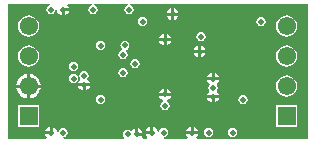
<source format=gbr>
%TF.GenerationSoftware,Altium Limited,Altium Designer,19.1.7 (138)*%
G04 Layer_Physical_Order=3*
G04 Layer_Color=16440176*
%FSLAX26Y26*%
%MOIN*%
%TF.FileFunction,Copper,L3,Inr,Signal*%
%TF.Part,Single*%
G01*
G75*
%TA.AperFunction,ComponentPad*%
%ADD21C,0.061024*%
%ADD22R,0.061024X0.061024*%
%TA.AperFunction,ViaPad*%
%ADD23C,0.020000*%
G36*
X2000000Y1000000D02*
X1751970D01*
X1751478Y1005000D01*
X1753243Y1005351D01*
X1755853Y1005870D01*
X1760814Y1009186D01*
X1764130Y1014147D01*
X1765294Y1020000D01*
X1764130Y1025853D01*
X1760814Y1030814D01*
X1755853Y1034130D01*
X1750000Y1035294D01*
X1744147Y1034130D01*
X1739186Y1030814D01*
X1735870Y1025853D01*
X1734706Y1020000D01*
X1735870Y1014147D01*
X1739186Y1009186D01*
X1744147Y1005870D01*
X1746757Y1005351D01*
X1748522Y1005000D01*
X1748030Y1000000D01*
X1671970D01*
X1671478Y1005000D01*
X1673243Y1005351D01*
X1675853Y1005870D01*
X1680814Y1009186D01*
X1684130Y1014147D01*
X1685294Y1020000D01*
X1684130Y1025853D01*
X1680814Y1030814D01*
X1675853Y1034130D01*
X1670000Y1035294D01*
X1664147Y1034130D01*
X1659186Y1030814D01*
X1655870Y1025853D01*
X1654706Y1020000D01*
X1655870Y1014147D01*
X1659186Y1009186D01*
X1664147Y1005870D01*
X1666757Y1005351D01*
X1668522Y1005000D01*
X1668030Y1000000D01*
X1630067D01*
X1628550Y1005000D01*
X1629419Y1005581D01*
X1633840Y1012196D01*
X1634397Y1015000D01*
X1595603D01*
X1596160Y1012196D01*
X1600581Y1005581D01*
X1601450Y1005000D01*
X1599933Y1000000D01*
X1521970D01*
X1521478Y1005000D01*
X1525853Y1005870D01*
X1530814Y1009186D01*
X1534130Y1014147D01*
X1535294Y1020000D01*
X1534130Y1025853D01*
X1530814Y1030814D01*
X1525853Y1034130D01*
X1520000Y1035294D01*
X1514147Y1034130D01*
X1509186Y1030814D01*
X1505870Y1025853D01*
X1505098Y1021970D01*
X1500000D01*
X1498840Y1027804D01*
X1494419Y1034419D01*
X1487804Y1038840D01*
X1485000Y1039397D01*
Y1020000D01*
X1480000D01*
Y1015000D01*
X1460603D01*
X1461160Y1012196D01*
X1465581Y1005581D01*
X1466450Y1005000D01*
X1464933Y1000000D01*
X1450045D01*
X1447372Y1005000D01*
X1448840Y1007196D01*
X1449397Y1010000D01*
X1430000D01*
Y1015000D01*
X1425000D01*
Y1034397D01*
X1422196Y1033840D01*
X1415581Y1029419D01*
X1413172Y1025814D01*
X1410814D01*
X1405853Y1029130D01*
X1400000Y1030294D01*
X1394147Y1029130D01*
X1389186Y1025814D01*
X1385870Y1020853D01*
X1384706Y1015000D01*
X1385870Y1009147D01*
X1388641Y1005000D01*
X1387721Y1001945D01*
X1386450Y1000000D01*
X1186970D01*
X1186478Y1005000D01*
X1190853Y1005870D01*
X1195814Y1009186D01*
X1199130Y1014147D01*
X1200294Y1020000D01*
X1199130Y1025853D01*
X1195814Y1030814D01*
X1190853Y1034130D01*
X1185000Y1035294D01*
X1179147Y1034130D01*
X1174186Y1030814D01*
X1170870Y1025853D01*
X1170098Y1021970D01*
X1165000D01*
X1163840Y1027804D01*
X1159419Y1034419D01*
X1152804Y1038840D01*
X1150000Y1039397D01*
Y1020000D01*
X1145000D01*
Y1015000D01*
X1125603D01*
X1126160Y1012196D01*
X1130581Y1005581D01*
X1131450Y1005000D01*
X1129933Y1000000D01*
X1000000D01*
Y1450000D01*
X1143030D01*
X1143522Y1445000D01*
X1139147Y1444130D01*
X1134186Y1440814D01*
X1130870Y1435853D01*
X1129706Y1430000D01*
X1130870Y1424147D01*
X1134186Y1419186D01*
X1139147Y1415870D01*
X1145000Y1414706D01*
X1150853Y1415870D01*
X1155814Y1419186D01*
X1159130Y1424147D01*
X1159902Y1428030D01*
X1165000D01*
X1166160Y1422196D01*
X1170581Y1415581D01*
X1177196Y1411160D01*
X1180000Y1410603D01*
Y1430000D01*
X1185000D01*
Y1435000D01*
X1204397D01*
X1203840Y1437804D01*
X1199419Y1444419D01*
X1198550Y1445000D01*
X1200067Y1450000D01*
X1283030D01*
X1283522Y1445000D01*
X1281757Y1444649D01*
X1279147Y1444130D01*
X1274186Y1440814D01*
X1270870Y1435853D01*
X1269706Y1430000D01*
X1270870Y1424147D01*
X1274186Y1419186D01*
X1279147Y1415870D01*
X1285000Y1414706D01*
X1290853Y1415870D01*
X1295814Y1419186D01*
X1299130Y1424147D01*
X1300294Y1430000D01*
X1299130Y1435853D01*
X1295814Y1440814D01*
X1290853Y1444130D01*
X1288243Y1444649D01*
X1286478Y1445000D01*
X1286970Y1450000D01*
X1403030D01*
X1403522Y1445000D01*
X1401757Y1444649D01*
X1399147Y1444130D01*
X1394186Y1440814D01*
X1390870Y1435853D01*
X1389706Y1430000D01*
X1390870Y1424147D01*
X1394186Y1419186D01*
X1399147Y1415870D01*
X1405000Y1414706D01*
X1410853Y1415870D01*
X1415814Y1419186D01*
X1419130Y1424147D01*
X1420294Y1430000D01*
X1419130Y1435853D01*
X1415814Y1440814D01*
X1410853Y1444130D01*
X1408243Y1444649D01*
X1406478Y1445000D01*
X1406970Y1450000D01*
X2000000D01*
Y1000000D01*
D02*
G37*
%LPC*%
G36*
X1555000Y1434397D02*
Y1420000D01*
X1569397D01*
X1568840Y1422804D01*
X1564419Y1429419D01*
X1557804Y1433840D01*
X1555000Y1434397D01*
D02*
G37*
G36*
X1545000D02*
X1542196Y1433840D01*
X1535581Y1429419D01*
X1531160Y1422804D01*
X1530603Y1420000D01*
X1545000D01*
Y1434397D01*
D02*
G37*
G36*
X1204397Y1425000D02*
X1190000D01*
Y1410603D01*
X1192804Y1411160D01*
X1199419Y1415581D01*
X1203840Y1422196D01*
X1204397Y1425000D01*
D02*
G37*
G36*
X1569397Y1410000D02*
X1555000D01*
Y1395603D01*
X1557804Y1396160D01*
X1564419Y1400581D01*
X1568840Y1407196D01*
X1569397Y1410000D01*
D02*
G37*
G36*
X1545000D02*
X1530603D01*
X1531160Y1407196D01*
X1535581Y1400581D01*
X1542196Y1396160D01*
X1545000Y1395603D01*
Y1410000D01*
D02*
G37*
G36*
X1845000Y1405294D02*
X1839147Y1404130D01*
X1834186Y1400814D01*
X1830870Y1395853D01*
X1829706Y1390000D01*
X1830870Y1384147D01*
X1834186Y1379186D01*
X1839147Y1375870D01*
X1845000Y1374706D01*
X1850853Y1375870D01*
X1855814Y1379186D01*
X1859130Y1384147D01*
X1860294Y1390000D01*
X1859130Y1395853D01*
X1855814Y1400814D01*
X1850853Y1404130D01*
X1845000Y1405294D01*
D02*
G37*
G36*
X1450000D02*
X1444147Y1404130D01*
X1439186Y1400814D01*
X1435870Y1395853D01*
X1434706Y1390000D01*
X1435870Y1384147D01*
X1439186Y1379186D01*
X1444147Y1375870D01*
X1450000Y1374706D01*
X1455853Y1375870D01*
X1460814Y1379186D01*
X1464130Y1384147D01*
X1465294Y1390000D01*
X1464130Y1395853D01*
X1460814Y1400814D01*
X1455853Y1404130D01*
X1450000Y1405294D01*
D02*
G37*
G36*
X1930000Y1410818D02*
X1920730Y1409598D01*
X1912091Y1406020D01*
X1904673Y1400327D01*
X1898980Y1392909D01*
X1895402Y1384270D01*
X1894182Y1375000D01*
X1895402Y1365730D01*
X1898980Y1357091D01*
X1904673Y1349673D01*
X1912091Y1343980D01*
X1920730Y1340402D01*
X1930000Y1339182D01*
X1939270Y1340402D01*
X1947909Y1343980D01*
X1955327Y1349673D01*
X1961020Y1357091D01*
X1964598Y1365730D01*
X1965818Y1375000D01*
X1964598Y1384270D01*
X1961020Y1392909D01*
X1955327Y1400327D01*
X1947909Y1406020D01*
X1939270Y1409598D01*
X1930000Y1410818D01*
D02*
G37*
G36*
X1070000D02*
X1060730Y1409598D01*
X1052091Y1406020D01*
X1044673Y1400327D01*
X1038980Y1392909D01*
X1035402Y1384270D01*
X1034182Y1375000D01*
X1035402Y1365730D01*
X1038980Y1357091D01*
X1044673Y1349673D01*
X1052091Y1343980D01*
X1060730Y1340402D01*
X1070000Y1339182D01*
X1079270Y1340402D01*
X1087909Y1343980D01*
X1095327Y1349673D01*
X1101020Y1357091D01*
X1104598Y1365730D01*
X1105818Y1375000D01*
X1104598Y1384270D01*
X1101020Y1392909D01*
X1095327Y1400327D01*
X1087909Y1406020D01*
X1079270Y1409598D01*
X1070000Y1410818D01*
D02*
G37*
G36*
X1530000Y1349397D02*
Y1335000D01*
X1544397D01*
X1543840Y1337804D01*
X1539419Y1344419D01*
X1532804Y1348840D01*
X1530000Y1349397D01*
D02*
G37*
G36*
X1520000D02*
X1517196Y1348840D01*
X1510581Y1344419D01*
X1506160Y1337804D01*
X1505603Y1335000D01*
X1520000D01*
Y1349397D01*
D02*
G37*
G36*
X1645000Y1355294D02*
X1639147Y1354130D01*
X1634186Y1350814D01*
X1630870Y1345853D01*
X1629706Y1340000D01*
X1630870Y1334147D01*
X1634186Y1329186D01*
X1639147Y1325870D01*
X1645000Y1324706D01*
X1650853Y1325870D01*
X1655814Y1329186D01*
X1659130Y1334147D01*
X1660294Y1340000D01*
X1659130Y1345853D01*
X1655814Y1350814D01*
X1650853Y1354130D01*
X1645000Y1355294D01*
D02*
G37*
G36*
X1544397Y1325000D02*
X1530000D01*
Y1310603D01*
X1532804Y1311160D01*
X1539419Y1315581D01*
X1543840Y1322196D01*
X1544397Y1325000D01*
D02*
G37*
G36*
X1520000D02*
X1505603D01*
X1506160Y1322196D01*
X1510581Y1315581D01*
X1517196Y1311160D01*
X1520000Y1310603D01*
Y1325000D01*
D02*
G37*
G36*
X1645000Y1309397D02*
Y1295000D01*
X1659397D01*
X1658840Y1297804D01*
X1654419Y1304419D01*
X1647804Y1308840D01*
X1645000Y1309397D01*
D02*
G37*
G36*
X1635000D02*
X1632196Y1308840D01*
X1625581Y1304419D01*
X1621160Y1297804D01*
X1620603Y1295000D01*
X1635000D01*
Y1309397D01*
D02*
G37*
G36*
X1310000Y1325294D02*
X1304147Y1324130D01*
X1299186Y1320814D01*
X1295870Y1315853D01*
X1294706Y1310000D01*
X1295870Y1304147D01*
X1299186Y1299186D01*
X1304147Y1295870D01*
X1310000Y1294706D01*
X1315853Y1295870D01*
X1320814Y1299186D01*
X1324130Y1304147D01*
X1325294Y1310000D01*
X1324130Y1315853D01*
X1320814Y1320814D01*
X1315853Y1324130D01*
X1310000Y1325294D01*
D02*
G37*
G36*
X1659397Y1285000D02*
X1645000D01*
Y1270603D01*
X1647804Y1271160D01*
X1654419Y1275581D01*
X1658840Y1282196D01*
X1659397Y1285000D01*
D02*
G37*
G36*
X1635000D02*
X1620603D01*
X1621160Y1282196D01*
X1625581Y1275581D01*
X1632196Y1271160D01*
X1635000Y1270603D01*
Y1285000D01*
D02*
G37*
G36*
X1391063Y1326357D02*
X1385210Y1325193D01*
X1380249Y1321877D01*
X1376933Y1316916D01*
X1375769Y1311063D01*
X1376933Y1305210D01*
X1380249Y1300249D01*
X1381173Y1299631D01*
X1380118Y1294323D01*
X1379147Y1294130D01*
X1374186Y1290814D01*
X1370870Y1285853D01*
X1369706Y1280000D01*
X1370870Y1274147D01*
X1374186Y1269186D01*
X1379147Y1265870D01*
X1385000Y1264706D01*
X1390853Y1265870D01*
X1395814Y1269186D01*
X1399130Y1274147D01*
X1400294Y1280000D01*
X1399130Y1285853D01*
X1395814Y1290814D01*
X1394890Y1291432D01*
X1395946Y1296740D01*
X1396916Y1296933D01*
X1401877Y1300249D01*
X1405193Y1305210D01*
X1406357Y1311063D01*
X1405193Y1316916D01*
X1401877Y1321877D01*
X1396916Y1325193D01*
X1391063Y1326357D01*
D02*
G37*
G36*
X1930000Y1310818D02*
X1920730Y1309598D01*
X1912091Y1306020D01*
X1904673Y1300327D01*
X1898980Y1292909D01*
X1895402Y1284270D01*
X1894182Y1275000D01*
X1895402Y1265730D01*
X1898980Y1257091D01*
X1904673Y1249673D01*
X1912091Y1243980D01*
X1920730Y1240402D01*
X1930000Y1239182D01*
X1939270Y1240402D01*
X1947909Y1243980D01*
X1955327Y1249673D01*
X1961020Y1257091D01*
X1964598Y1265730D01*
X1965818Y1275000D01*
X1964598Y1284270D01*
X1961020Y1292909D01*
X1955327Y1300327D01*
X1947909Y1306020D01*
X1939270Y1309598D01*
X1930000Y1310818D01*
D02*
G37*
G36*
X1070000D02*
X1060730Y1309598D01*
X1052091Y1306020D01*
X1044673Y1300327D01*
X1038980Y1292909D01*
X1035402Y1284270D01*
X1034182Y1275000D01*
X1035402Y1265730D01*
X1038980Y1257091D01*
X1044673Y1249673D01*
X1052091Y1243980D01*
X1060730Y1240402D01*
X1070000Y1239182D01*
X1079270Y1240402D01*
X1087909Y1243980D01*
X1095327Y1249673D01*
X1101020Y1257091D01*
X1104598Y1265730D01*
X1105818Y1275000D01*
X1104598Y1284270D01*
X1101020Y1292909D01*
X1095327Y1300327D01*
X1087909Y1306020D01*
X1079270Y1309598D01*
X1070000Y1310818D01*
D02*
G37*
G36*
X1425000Y1265294D02*
X1419147Y1264130D01*
X1414186Y1260814D01*
X1410870Y1255853D01*
X1409706Y1250000D01*
X1410870Y1244147D01*
X1414186Y1239186D01*
X1419147Y1235870D01*
X1425000Y1234706D01*
X1430853Y1235870D01*
X1435814Y1239186D01*
X1439130Y1244147D01*
X1440294Y1250000D01*
X1439130Y1255853D01*
X1435814Y1260814D01*
X1430853Y1264130D01*
X1425000Y1265294D01*
D02*
G37*
G36*
X1220000Y1255294D02*
X1214147Y1254130D01*
X1209186Y1250814D01*
X1205870Y1245853D01*
X1204706Y1240000D01*
X1205870Y1234147D01*
X1209186Y1229186D01*
X1214147Y1225870D01*
X1220000Y1224706D01*
X1225853Y1225870D01*
X1230814Y1229186D01*
X1234130Y1234147D01*
X1235294Y1240000D01*
X1234130Y1245853D01*
X1230814Y1250814D01*
X1225853Y1254130D01*
X1220000Y1255294D01*
D02*
G37*
G36*
X1690000Y1219397D02*
Y1205000D01*
X1704397D01*
X1703840Y1207804D01*
X1699419Y1214419D01*
X1692804Y1218840D01*
X1690000Y1219397D01*
D02*
G37*
G36*
X1680000D02*
X1677196Y1218840D01*
X1670581Y1214419D01*
X1666160Y1207804D01*
X1665603Y1205000D01*
X1680000D01*
Y1219397D01*
D02*
G37*
G36*
X1385000Y1235294D02*
X1379147Y1234130D01*
X1374186Y1230814D01*
X1370870Y1225853D01*
X1369706Y1220000D01*
X1370870Y1214147D01*
X1374186Y1209186D01*
X1379147Y1205870D01*
X1385000Y1204706D01*
X1390853Y1205870D01*
X1395814Y1209186D01*
X1399130Y1214147D01*
X1400294Y1220000D01*
X1399130Y1225853D01*
X1395814Y1230814D01*
X1390853Y1234130D01*
X1385000Y1235294D01*
D02*
G37*
G36*
X1255000Y1225294D02*
X1249147Y1224130D01*
X1244186Y1220814D01*
X1240870Y1215853D01*
X1239706Y1210000D01*
X1240870Y1204147D01*
X1242798Y1201262D01*
X1241793Y1195229D01*
X1240581Y1194419D01*
X1236160Y1187804D01*
X1235603Y1185000D01*
X1274397D01*
X1273840Y1187804D01*
X1269419Y1194419D01*
X1265814Y1196828D01*
Y1199186D01*
X1269130Y1204147D01*
X1270294Y1210000D01*
X1269130Y1215853D01*
X1265814Y1220814D01*
X1260853Y1224130D01*
X1255000Y1225294D01*
D02*
G37*
G36*
X1220000Y1215294D02*
X1214147Y1214130D01*
X1209186Y1210814D01*
X1205870Y1205853D01*
X1204706Y1200000D01*
X1205870Y1194147D01*
X1209186Y1189186D01*
X1214147Y1185870D01*
X1220000Y1184706D01*
X1225853Y1185870D01*
X1230814Y1189186D01*
X1234130Y1194147D01*
X1235294Y1200000D01*
X1234130Y1205853D01*
X1230814Y1210814D01*
X1225853Y1214130D01*
X1220000Y1215294D01*
D02*
G37*
G36*
X1075000Y1215203D02*
Y1180000D01*
X1110203D01*
X1109469Y1185576D01*
X1105387Y1195431D01*
X1098893Y1203893D01*
X1090431Y1210387D01*
X1080576Y1214469D01*
X1075000Y1215203D01*
D02*
G37*
G36*
X1065000D02*
X1059424Y1214469D01*
X1049569Y1210387D01*
X1041107Y1203893D01*
X1034613Y1195431D01*
X1030531Y1185576D01*
X1029797Y1180000D01*
X1065000D01*
Y1215203D01*
D02*
G37*
G36*
X1274397Y1175000D02*
X1260000D01*
Y1160603D01*
X1262804Y1161160D01*
X1269419Y1165581D01*
X1273840Y1172196D01*
X1274397Y1175000D01*
D02*
G37*
G36*
X1250000D02*
X1235603D01*
X1236160Y1172196D01*
X1240581Y1165581D01*
X1247196Y1161160D01*
X1250000Y1160603D01*
Y1175000D01*
D02*
G37*
G36*
X1530250Y1166720D02*
Y1152323D01*
X1544647D01*
X1544090Y1155126D01*
X1539669Y1161742D01*
X1533054Y1166162D01*
X1530250Y1166720D01*
D02*
G37*
G36*
X1520250D02*
X1517446Y1166162D01*
X1510831Y1161742D01*
X1506410Y1155126D01*
X1505853Y1152323D01*
X1520250D01*
Y1166720D01*
D02*
G37*
G36*
X1704397Y1195000D02*
X1665603D01*
X1666160Y1192196D01*
X1670581Y1185581D01*
X1674186Y1183172D01*
Y1180814D01*
X1670870Y1175853D01*
X1669706Y1170000D01*
X1670870Y1164147D01*
X1672798Y1161262D01*
X1671793Y1155229D01*
X1670581Y1154419D01*
X1666160Y1147804D01*
X1665603Y1145000D01*
X1704397D01*
X1703840Y1147804D01*
X1699419Y1154419D01*
X1698207Y1155229D01*
X1697503Y1161713D01*
X1699130Y1164147D01*
X1700294Y1170000D01*
X1699130Y1175853D01*
X1697503Y1178287D01*
X1698207Y1184771D01*
X1699419Y1185581D01*
X1703840Y1192196D01*
X1704397Y1195000D01*
D02*
G37*
G36*
X1930000Y1210818D02*
X1920730Y1209598D01*
X1912091Y1206020D01*
X1904673Y1200327D01*
X1898980Y1192909D01*
X1895402Y1184270D01*
X1894182Y1175000D01*
X1895402Y1165730D01*
X1898980Y1157091D01*
X1904673Y1149673D01*
X1912091Y1143980D01*
X1920730Y1140402D01*
X1930000Y1139182D01*
X1939270Y1140402D01*
X1947909Y1143980D01*
X1955327Y1149673D01*
X1961020Y1157091D01*
X1964598Y1165730D01*
X1965818Y1175000D01*
X1964598Y1184270D01*
X1961020Y1192909D01*
X1955327Y1200327D01*
X1947909Y1206020D01*
X1939270Y1209598D01*
X1930000Y1210818D01*
D02*
G37*
G36*
X1110203Y1170000D02*
X1075000D01*
Y1134797D01*
X1080576Y1135531D01*
X1090431Y1139613D01*
X1098893Y1146107D01*
X1105387Y1154569D01*
X1109469Y1164424D01*
X1110203Y1170000D01*
D02*
G37*
G36*
X1065000D02*
X1029797D01*
X1030531Y1164424D01*
X1034613Y1154569D01*
X1041107Y1146107D01*
X1049569Y1139613D01*
X1059424Y1135531D01*
X1065000Y1134797D01*
Y1170000D01*
D02*
G37*
G36*
X1704397Y1135000D02*
X1690000D01*
Y1120603D01*
X1692804Y1121160D01*
X1699419Y1125581D01*
X1703840Y1132196D01*
X1704397Y1135000D01*
D02*
G37*
G36*
X1680000D02*
X1665603D01*
X1666160Y1132196D01*
X1670581Y1125581D01*
X1677196Y1121160D01*
X1680000Y1120603D01*
Y1135000D01*
D02*
G37*
G36*
X1785000Y1145294D02*
X1779147Y1144130D01*
X1774186Y1140814D01*
X1770870Y1135853D01*
X1769706Y1130000D01*
X1770870Y1124147D01*
X1774186Y1119186D01*
X1779147Y1115870D01*
X1785000Y1114706D01*
X1790853Y1115870D01*
X1795814Y1119186D01*
X1799130Y1124147D01*
X1800294Y1130000D01*
X1799130Y1135853D01*
X1795814Y1140814D01*
X1790853Y1144130D01*
X1785000Y1145294D01*
D02*
G37*
G36*
X1310000D02*
X1304147Y1144130D01*
X1299186Y1140814D01*
X1295870Y1135853D01*
X1294706Y1130000D01*
X1295870Y1124147D01*
X1299186Y1119186D01*
X1304147Y1115870D01*
X1310000Y1114706D01*
X1315853Y1115870D01*
X1320814Y1119186D01*
X1324130Y1124147D01*
X1325294Y1130000D01*
X1324130Y1135853D01*
X1320814Y1140814D01*
X1315853Y1144130D01*
X1310000Y1145294D01*
D02*
G37*
G36*
X1544647Y1142323D02*
X1505853D01*
X1506410Y1139519D01*
X1510831Y1132904D01*
X1517397Y1128516D01*
X1517444Y1128399D01*
X1517462Y1128302D01*
X1517899Y1123295D01*
X1514186Y1120814D01*
X1510870Y1115853D01*
X1509706Y1110000D01*
X1510870Y1104147D01*
X1514186Y1099186D01*
X1519147Y1095870D01*
X1525000Y1094706D01*
X1530853Y1095870D01*
X1535814Y1099186D01*
X1539130Y1104147D01*
X1540294Y1110000D01*
X1539130Y1115853D01*
X1535814Y1120814D01*
X1532216Y1123219D01*
X1532849Y1128443D01*
X1533054Y1128483D01*
X1539669Y1132904D01*
X1544090Y1139519D01*
X1544647Y1142323D01*
D02*
G37*
G36*
X1965512Y1110512D02*
X1894488D01*
Y1039488D01*
X1965512D01*
Y1110512D01*
D02*
G37*
G36*
X1105512D02*
X1034488D01*
Y1039488D01*
X1105512D01*
Y1110512D01*
D02*
G37*
G36*
X1620000Y1039397D02*
Y1025000D01*
X1634397D01*
X1633840Y1027804D01*
X1629419Y1034419D01*
X1622804Y1038840D01*
X1620000Y1039397D01*
D02*
G37*
G36*
X1610000D02*
X1607196Y1038840D01*
X1600581Y1034419D01*
X1596160Y1027804D01*
X1595603Y1025000D01*
X1610000D01*
Y1039397D01*
D02*
G37*
G36*
X1475000D02*
X1472196Y1038840D01*
X1465581Y1034419D01*
X1461160Y1027804D01*
X1460603Y1025000D01*
X1475000D01*
Y1039397D01*
D02*
G37*
G36*
X1140000D02*
X1137196Y1038840D01*
X1130581Y1034419D01*
X1126160Y1027804D01*
X1125603Y1025000D01*
X1140000D01*
Y1039397D01*
D02*
G37*
G36*
X1435000Y1034397D02*
Y1020000D01*
X1449397D01*
X1448840Y1022804D01*
X1444419Y1029419D01*
X1437804Y1033840D01*
X1435000Y1034397D01*
D02*
G37*
%LPD*%
D21*
X1070000Y1175000D02*
D03*
X1930000D02*
D03*
Y1275000D02*
D03*
Y1375000D02*
D03*
X1070000Y1275000D02*
D03*
Y1375000D02*
D03*
D22*
X1930000Y1075000D02*
D03*
X1070000D02*
D03*
D23*
X1391063Y1311063D02*
D03*
X1310000Y1310000D02*
D03*
Y1130000D02*
D03*
X1525250Y1147323D02*
D03*
X1525000Y1110000D02*
D03*
X1845000Y1390000D02*
D03*
X1645000Y1340000D02*
D03*
X1640000Y1290000D02*
D03*
X1550000Y1415000D02*
D03*
X1450000Y1390000D02*
D03*
X1405000Y1430000D02*
D03*
X1185000D02*
D03*
X1145000D02*
D03*
Y1020000D02*
D03*
X1185000D02*
D03*
X1480000D02*
D03*
X1520000D02*
D03*
X1615000D02*
D03*
X1670000D02*
D03*
X1750000D02*
D03*
X1785000Y1130000D02*
D03*
X1685000Y1200000D02*
D03*
Y1170000D02*
D03*
Y1140000D02*
D03*
X1285000Y1430000D02*
D03*
X1255000Y1180000D02*
D03*
Y1210000D02*
D03*
X1430000Y1015000D02*
D03*
X1400000D02*
D03*
X1220000Y1200000D02*
D03*
Y1240000D02*
D03*
X1385000Y1220000D02*
D03*
X1425000Y1250000D02*
D03*
X1385000Y1280000D02*
D03*
X1525000Y1330000D02*
D03*
%TF.MD5,26e2da99392ecdb51d90ae2e547075b9*%
M02*

</source>
